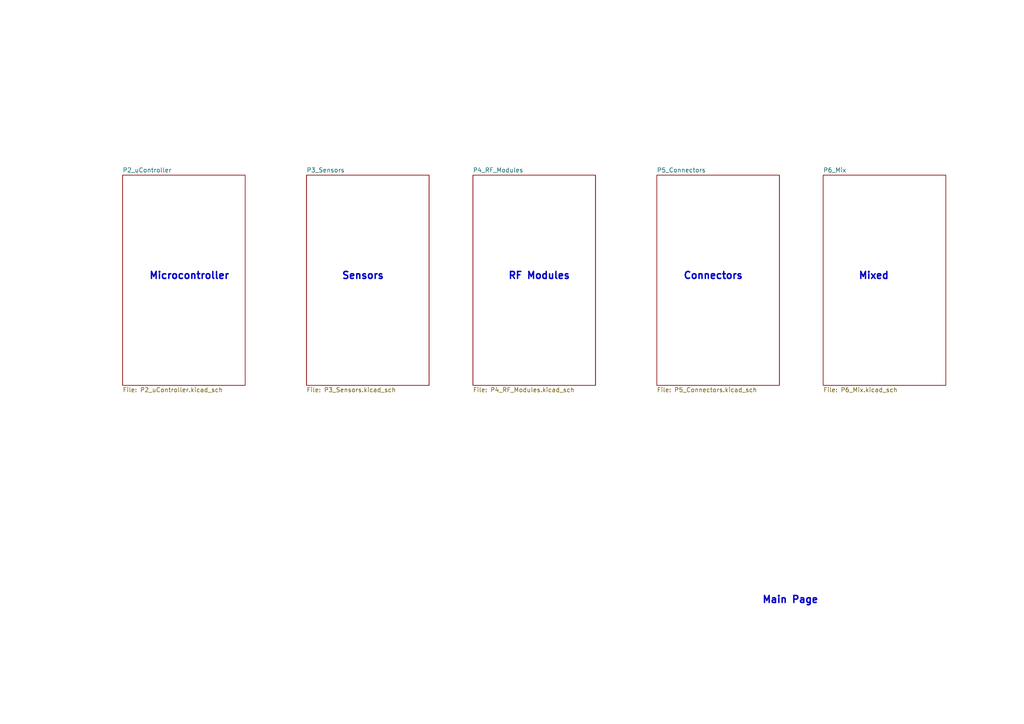
<source format=kicad_sch>
(kicad_sch (version 20211123) (generator eeschema)
  (paper "A4")
  (title_block (title "Embedded System") (date "2023-01-22"))
  (lib_symbols)
  (text "Connectors\n" (at 198.12 81.28 0) (effects (font (size 2.032 2.032) (thickness 0.4064) bold) (justify left bottom)))
  (text "Sensors\n" (at 99.06 81.28 0) (effects (font (size 2.032 2.032) (thickness 0.4064) bold) (justify left bottom)))
  (text "RF Modules\n" (at 147.32 81.28 0) (effects (font (size 2.032 2.032) (thickness 0.4064) bold) (justify left bottom)))
  (text "Main Page\n" (at 220.98 175.26 0) (effects (font (size 2.032 2.032) (thickness 0.4064) bold) (justify left bottom)))
  (text "Microcontroller" (at 43.18 81.28 0) (effects (font (size 2.032 2.032) (thickness 0.4064) bold) (justify left bottom)))
  (text "Mixed\n" (at 248.92 81.28 0) (effects (font (size 2.032 2.032) (thickness 0.4064) bold) (justify left bottom)))
  (sheet (at 88.9 50.8) (size 35.56 60.96) (stroke (width 0.1524))
    (property "Sheet name" "P3_Sensors" (at 88.9 50.0884 0) (effects (justify left bottom)))
    (property "Sheet file" "P3_Sensors.kicad_sch" (at 88.9 112.3446 0) (effects (justify left top)))
  )
  (sheet (at 190.5 50.8) (size 35.56 60.96) (stroke (width 0.1524))
    (property "Sheet name" "P5_Connectors" (at 190.5 50.0884 0) (effects (justify left bottom)))
    (property "Sheet file" "P5_Connectors.kicad_sch" (at 190.5 112.3446 0) (effects (justify left top)))
  )
  (sheet (at 137.16 50.8) (size 35.56 60.96) (stroke (width 0.1524))
    (property "Sheet name" "P4_RF_Modules" (at 137.16 50.0884 0) (effects (justify left bottom)))
    (property "Sheet file" "P4_RF_Modules.kicad_sch" (at 137.16 112.3446 0) (effects (justify left top)))
  )
  (sheet (at 35.56 50.8) (size 35.56 60.96) (stroke (width 0.1524))
    (property "Sheet name" "P2_uController" (at 35.56 50.0884 0) (effects (justify left bottom)))
    (property "Sheet file" "P2_uController.kicad_sch" (at 35.56 112.3446 0) (effects (justify left top)))
  )
  (sheet (at 238.76 50.8) (size 35.56 60.96) (stroke (width 0.1524))
    (property "Sheet name" "P6_Mix" (at 238.76 50.0884 0) (effects (justify left bottom)))
    (property "Sheet file" "P6_Mix.kicad_sch" (at 238.76 112.3446 0) (effects (justify left top)))
  )
)
</source>
